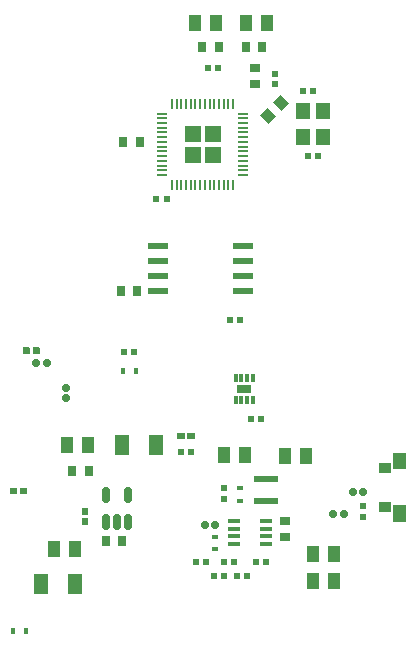
<source format=gbr>
%TF.GenerationSoftware,KiCad,Pcbnew,9.0.0*%
%TF.CreationDate,2025-04-24T13:45:02+03:00*%
%TF.ProjectId,ESP32_BOARD,45535033-325f-4424-9f41-52442e6b6963,1.0*%
%TF.SameCoordinates,Original*%
%TF.FileFunction,Paste,Top*%
%TF.FilePolarity,Positive*%
%FSLAX46Y46*%
G04 Gerber Fmt 4.6, Leading zero omitted, Abs format (unit mm)*
G04 Created by KiCad (PCBNEW 9.0.0) date 2025-04-24 13:45:02*
%MOMM*%
%LPD*%
G01*
G04 APERTURE LIST*
G04 Aperture macros list*
%AMRoundRect*
0 Rectangle with rounded corners*
0 $1 Rounding radius*
0 $2 $3 $4 $5 $6 $7 $8 $9 X,Y pos of 4 corners*
0 Add a 4 corners polygon primitive as box body*
4,1,4,$2,$3,$4,$5,$6,$7,$8,$9,$2,$3,0*
0 Add four circle primitives for the rounded corners*
1,1,$1+$1,$2,$3*
1,1,$1+$1,$4,$5*
1,1,$1+$1,$6,$7*
1,1,$1+$1,$8,$9*
0 Add four rect primitives between the rounded corners*
20,1,$1+$1,$2,$3,$4,$5,0*
20,1,$1+$1,$4,$5,$6,$7,0*
20,1,$1+$1,$6,$7,$8,$9,0*
20,1,$1+$1,$8,$9,$2,$3,0*%
%AMRotRect*
0 Rectangle, with rotation*
0 The origin of the aperture is its center*
0 $1 length*
0 $2 width*
0 $3 Rotation angle, in degrees counterclockwise*
0 Add horizontal line*
21,1,$1,$2,0,0,$3*%
G04 Aperture macros list end*
%ADD10C,0.000000*%
%ADD11C,0.010000*%
%ADD12R,0.997699X0.456400*%
%ADD13R,0.540000X0.600000*%
%ADD14RoundRect,0.072500X0.732500X0.217500X-0.732500X0.217500X-0.732500X-0.217500X0.732500X-0.217500X0*%
%ADD15R,0.350000X0.600000*%
%ADD16R,2.000000X0.600000*%
%ADD17RoundRect,0.158750X0.158750X-0.158750X0.158750X0.158750X-0.158750X0.158750X-0.158750X-0.158750X0*%
%ADD18R,0.800000X0.900000*%
%ADD19RoundRect,0.158750X-0.158750X0.158750X-0.158750X-0.158750X0.158750X-0.158750X0.158750X0.158750X0*%
%ADD20R,0.540000X0.565500*%
%ADD21R,0.600000X0.350000*%
%ADD22R,0.565500X0.540000*%
%ADD23R,1.100000X1.380000*%
%ADD24R,1.080000X1.420000*%
%ADD25R,0.900000X0.800000*%
%ADD26R,1.200000X1.400000*%
%ADD27R,0.600000X0.540000*%
%ADD28RoundRect,0.150000X0.150000X-0.512500X0.150000X0.512500X-0.150000X0.512500X-0.150000X-0.512500X0*%
%ADD29RoundRect,0.027500X-0.082500X0.377500X-0.082500X-0.377500X0.082500X-0.377500X0.082500X0.377500X0*%
%ADD30RoundRect,0.027500X-0.377500X0.082500X-0.377500X-0.082500X0.377500X-0.082500X0.377500X0.082500X0*%
%ADD31R,0.700000X0.500000*%
%ADD32R,0.300000X0.800000*%
%ADD33R,1.300000X0.700000*%
%ADD34R,1.210000X1.820000*%
%ADD35RotRect,0.900000X0.970000X225.000000*%
%ADD36R,1.041400X0.812800*%
%ADD37RoundRect,0.158750X-0.158750X-0.158750X0.158750X-0.158750X0.158750X0.158750X-0.158750X0.158750X0*%
%ADD38R,0.560000X0.600000*%
G04 APERTURE END LIST*
D10*
%TO.C,R1*%
G36*
X85670000Y-138774500D02*
G01*
X85670000Y-139275000D01*
X85630000Y-139315000D01*
X85170000Y-139315000D01*
X85130000Y-139275000D01*
X85130000Y-138774500D01*
X85170000Y-138734500D01*
X85630000Y-138734500D01*
X85670000Y-138774500D01*
G37*
G36*
X85670000Y-139625000D02*
G01*
X85670000Y-140125500D01*
X85630000Y-140165500D01*
X85170000Y-140165500D01*
X85130000Y-140125500D01*
X85130000Y-139625000D01*
X85170000Y-139585000D01*
X85630000Y-139585000D01*
X85670000Y-139625000D01*
G37*
%TO.C,R9*%
G36*
X79625000Y-137050000D02*
G01*
X79625000Y-137510000D01*
X79585000Y-137550000D01*
X79084500Y-137550000D01*
X79044500Y-137510000D01*
X79044500Y-137050000D01*
X79084500Y-137010000D01*
X79585000Y-137010000D01*
X79625000Y-137050000D01*
G37*
G36*
X80475500Y-137050000D02*
G01*
X80475500Y-137510000D01*
X80435500Y-137550000D01*
X79935000Y-137550000D01*
X79895000Y-137510000D01*
X79895000Y-137050000D01*
X79935000Y-137010000D01*
X80435500Y-137010000D01*
X80475500Y-137050000D01*
G37*
%TO.C,R12*%
G36*
X80708000Y-125150000D02*
G01*
X80708000Y-125610000D01*
X80668000Y-125650000D01*
X80167500Y-125650000D01*
X80127500Y-125610000D01*
X80127500Y-125150000D01*
X80167500Y-125110000D01*
X80668000Y-125110000D01*
X80708000Y-125150000D01*
G37*
G36*
X81558500Y-125150000D02*
G01*
X81558500Y-125610000D01*
X81518500Y-125650000D01*
X81018000Y-125650000D01*
X80978000Y-125610000D01*
X80978000Y-125150000D01*
X81018000Y-125110000D01*
X81518500Y-125110000D01*
X81558500Y-125150000D01*
G37*
D11*
%TO.C,IC4*%
X95105000Y-107690000D02*
X93835000Y-107690000D01*
X93835000Y-106420000D01*
X95105000Y-106420000D01*
X95105000Y-107690000D01*
G36*
X95105000Y-107690000D02*
G01*
X93835000Y-107690000D01*
X93835000Y-106420000D01*
X95105000Y-106420000D01*
X95105000Y-107690000D01*
G37*
X95105000Y-109450000D02*
X93835000Y-109450000D01*
X93835000Y-108180000D01*
X95105000Y-108180000D01*
X95105000Y-109450000D01*
G36*
X95105000Y-109450000D02*
G01*
X93835000Y-109450000D01*
X93835000Y-108180000D01*
X95105000Y-108180000D01*
X95105000Y-109450000D01*
G37*
X96865000Y-107690000D02*
X95595000Y-107690000D01*
X95595000Y-106420000D01*
X96865000Y-106420000D01*
X96865000Y-107690000D01*
G36*
X96865000Y-107690000D02*
G01*
X95595000Y-107690000D01*
X95595000Y-106420000D01*
X96865000Y-106420000D01*
X96865000Y-107690000D01*
G37*
X96865000Y-109450000D02*
X95595000Y-109450000D01*
X95595000Y-108180000D01*
X96865000Y-108180000D01*
X96865000Y-109450000D01*
G36*
X96865000Y-109450000D02*
G01*
X95595000Y-109450000D01*
X95595000Y-108180000D01*
X96865000Y-108180000D01*
X96865000Y-109450000D01*
G37*
D10*
%TO.C,R4*%
G36*
X100165000Y-143070000D02*
G01*
X100165000Y-143530000D01*
X100125000Y-143570000D01*
X99624500Y-143570000D01*
X99584500Y-143530000D01*
X99584500Y-143070000D01*
X99624500Y-143030000D01*
X100125000Y-143030000D01*
X100165000Y-143070000D01*
G37*
G36*
X101015500Y-143070000D02*
G01*
X101015500Y-143530000D01*
X100975500Y-143570000D01*
X100475000Y-143570000D01*
X100435000Y-143530000D01*
X100435000Y-143070000D01*
X100475000Y-143030000D01*
X100975500Y-143030000D01*
X101015500Y-143070000D01*
G37*
%TO.C,SW1*%
G36*
X112596083Y-139892111D02*
G01*
X111503883Y-139892111D01*
X111503883Y-138492111D01*
X112596083Y-138492111D01*
X112596083Y-139892111D01*
G37*
G36*
X112596083Y-135442031D02*
G01*
X111503883Y-135442031D01*
X111503883Y-134042031D01*
X112596083Y-134042031D01*
X112596083Y-135442031D01*
G37*
%TD*%
D12*
%TO.C,IC2*%
X100749751Y-141774999D03*
X100749751Y-141125001D03*
X100749751Y-140474999D03*
X100749751Y-139825001D03*
X98050249Y-139825001D03*
X98050249Y-140474999D03*
X98050249Y-141125001D03*
X98050249Y-141774999D03*
%TD*%
D13*
%TO.C,R7*%
X95664000Y-143300000D03*
X94800000Y-143300000D03*
%TD*%
D14*
%TO.C,IC3*%
X98815000Y-120345000D03*
X98815000Y-119075000D03*
X98815000Y-117805000D03*
X98815000Y-116535000D03*
X91605000Y-116535000D03*
X91605000Y-117805000D03*
X91605000Y-119075000D03*
X91605000Y-120345000D03*
%TD*%
D15*
%TO.C,C32*%
X88660000Y-127160000D03*
X89710000Y-127160000D03*
%TD*%
D16*
%TO.C,L1*%
X100700000Y-138150000D03*
X100700000Y-136250000D03*
%TD*%
D17*
%TO.C,R11*%
X81285500Y-126430000D03*
X82174500Y-126430000D03*
%TD*%
D13*
%TO.C,C16*%
X96702000Y-101490000D03*
X95838000Y-101490000D03*
%TD*%
D18*
%TO.C,C18*%
X96720000Y-99740000D03*
X95320000Y-99740000D03*
%TD*%
D19*
%TO.C,R10*%
X107309500Y-139200000D03*
X106420500Y-139200000D03*
%TD*%
D20*
%TO.C,R1*%
X85400000Y-139883000D03*
X85400000Y-139017000D03*
%TD*%
D21*
%TO.C,C13*%
X96400000Y-141175000D03*
X96400000Y-142225000D03*
%TD*%
D22*
%TO.C,R9*%
X79327000Y-137280000D03*
X80193000Y-137280000D03*
%TD*%
D18*
%TO.C,C17*%
X99010000Y-99720000D03*
X100410000Y-99720000D03*
%TD*%
D23*
%TO.C,C10*%
X104737000Y-144900000D03*
X106463000Y-144900000D03*
%TD*%
D24*
%TO.C,C9*%
X98985000Y-134280000D03*
X97195000Y-134280000D03*
%TD*%
D22*
%TO.C,R12*%
X81276000Y-125380000D03*
X80410000Y-125380000D03*
%TD*%
D25*
%TO.C,C20*%
X99810000Y-102840000D03*
X99810000Y-101440000D03*
%TD*%
D13*
%TO.C,C31*%
X97658000Y-122780000D03*
X98522000Y-122780000D03*
%TD*%
D18*
%TO.C,C24*%
X89820000Y-120350000D03*
X88420000Y-120350000D03*
%TD*%
D26*
%TO.C,Q1*%
X105540000Y-107295000D03*
X105540000Y-105095000D03*
X103840000Y-105095000D03*
X103840000Y-107295000D03*
%TD*%
D27*
%TO.C,R2*%
X97200000Y-137932000D03*
X97200000Y-137068000D03*
%TD*%
D28*
%TO.C,IC1*%
X87160000Y-139875000D03*
X88110000Y-139875000D03*
X89060000Y-139875000D03*
X89060000Y-137600000D03*
X87160000Y-137600000D03*
%TD*%
D23*
%TO.C,C11*%
X104737000Y-142600000D03*
X106463000Y-142600000D03*
%TD*%
D15*
%TO.C,C27*%
X79325000Y-149140000D03*
X80375000Y-149140000D03*
%TD*%
D24*
%TO.C,C8*%
X102305000Y-134290000D03*
X104095000Y-134290000D03*
%TD*%
D13*
%TO.C,C29*%
X99468000Y-131180000D03*
X100332000Y-131180000D03*
%TD*%
%TO.C,C30*%
X88688000Y-125530000D03*
X89552000Y-125530000D03*
%TD*%
D29*
%TO.C,IC4*%
X97950000Y-104490000D03*
X97550000Y-104490000D03*
X97150000Y-104490000D03*
X96750000Y-104490000D03*
X96350000Y-104490000D03*
X95950000Y-104490000D03*
X95550000Y-104490000D03*
X95150000Y-104490000D03*
X94750000Y-104490000D03*
X94350000Y-104490000D03*
X93950000Y-104490000D03*
X93550000Y-104490000D03*
X93150000Y-104490000D03*
X92750000Y-104490000D03*
D30*
X91905000Y-105335000D03*
X91905000Y-105735000D03*
X91905000Y-106135000D03*
X91905000Y-106535000D03*
X91905000Y-106935000D03*
X91905000Y-107335000D03*
X91905000Y-107735000D03*
X91905000Y-108135000D03*
X91905000Y-108535000D03*
X91905000Y-108935000D03*
X91905000Y-109335000D03*
X91905000Y-109735000D03*
X91905000Y-110135000D03*
X91905000Y-110535000D03*
D29*
X92750000Y-111380000D03*
X93150000Y-111380000D03*
X93550000Y-111380000D03*
X93950000Y-111380000D03*
X94350000Y-111380000D03*
X94750000Y-111380000D03*
X95150000Y-111380000D03*
X95550000Y-111380000D03*
X95950000Y-111380000D03*
X96350000Y-111380000D03*
X96750000Y-111380000D03*
X97150000Y-111380000D03*
X97550000Y-111380000D03*
X97950000Y-111380000D03*
D30*
X98795000Y-110535000D03*
X98795000Y-110135000D03*
X98795000Y-109735000D03*
X98795000Y-109335000D03*
X98795000Y-108935000D03*
X98795000Y-108535000D03*
X98795000Y-108135000D03*
X98795000Y-107735000D03*
X98795000Y-107335000D03*
X98795000Y-106935000D03*
X98795000Y-106535000D03*
X98795000Y-106135000D03*
X98795000Y-105735000D03*
X98795000Y-105335000D03*
%TD*%
D31*
%TO.C,D1*%
X94387500Y-132610000D03*
X93487500Y-132610000D03*
%TD*%
D32*
%TO.C,IC5*%
X98150000Y-129600000D03*
X98650000Y-129600000D03*
X99150000Y-129600000D03*
X99650000Y-129600000D03*
X99650000Y-127700000D03*
X99150000Y-127700000D03*
X98650000Y-127700000D03*
X98150000Y-127700000D03*
D33*
X98900000Y-128650000D03*
%TD*%
D13*
%TO.C,C25*%
X103838000Y-103465000D03*
X104702000Y-103465000D03*
%TD*%
D34*
%TO.C,C1*%
X84550000Y-145200000D03*
X81650000Y-145200000D03*
%TD*%
D22*
%TO.C,R4*%
X100733000Y-143300000D03*
X99867000Y-143300000D03*
%TD*%
D13*
%TO.C,C21*%
X92302000Y-112590000D03*
X91438000Y-112590000D03*
%TD*%
D35*
%TO.C,L2*%
X101985079Y-104419921D03*
X100874921Y-105530079D03*
%TD*%
D34*
%TO.C,C3*%
X88550000Y-133410000D03*
X91450000Y-133410000D03*
%TD*%
D18*
%TO.C,C5*%
X87140000Y-141560000D03*
X88540000Y-141560000D03*
%TD*%
D13*
%TO.C,R5*%
X98032000Y-143300000D03*
X97168000Y-143300000D03*
%TD*%
D24*
%TO.C,C4*%
X85685000Y-133390000D03*
X83895000Y-133390000D03*
%TD*%
D18*
%TO.C,C22*%
X90060000Y-107720000D03*
X88660000Y-107720000D03*
%TD*%
D19*
%TO.C,R14*%
X108974500Y-137350000D03*
X108085500Y-137350000D03*
%TD*%
D36*
%TO.C,SW1*%
X110770717Y-138604571D03*
X110770717Y-135329571D03*
%TD*%
D13*
%TO.C,C26*%
X105132000Y-108915000D03*
X104268000Y-108915000D03*
%TD*%
D27*
%TO.C,C19*%
X101500000Y-102842000D03*
X101500000Y-101978000D03*
%TD*%
D13*
%TO.C,R15*%
X94352000Y-134000000D03*
X93488000Y-134000000D03*
%TD*%
D18*
%TO.C,C6*%
X85700000Y-135600000D03*
X84300000Y-135600000D03*
%TD*%
D24*
%TO.C,C15*%
X99005000Y-97700000D03*
X100795000Y-97700000D03*
%TD*%
D21*
%TO.C,C7*%
X98500000Y-137075000D03*
X98500000Y-138125000D03*
%TD*%
D27*
%TO.C,C28*%
X108980000Y-138598000D03*
X108980000Y-139462000D03*
%TD*%
D25*
%TO.C,C12*%
X102300000Y-141200000D03*
X102300000Y-139800000D03*
%TD*%
D24*
%TO.C,C14*%
X96535000Y-97700000D03*
X94745000Y-97700000D03*
%TD*%
D17*
%TO.C,R3*%
X95555500Y-140200000D03*
X96444500Y-140200000D03*
%TD*%
D24*
%TO.C,C2*%
X84545000Y-142200000D03*
X82755000Y-142200000D03*
%TD*%
D37*
%TO.C,R13*%
X83790000Y-128555500D03*
X83790000Y-129444500D03*
%TD*%
D13*
%TO.C,R6*%
X97157000Y-144460000D03*
X96293000Y-144460000D03*
%TD*%
D38*
%TO.C,R8*%
X98265000Y-144460000D03*
X99135000Y-144460000D03*
%TD*%
M02*

</source>
